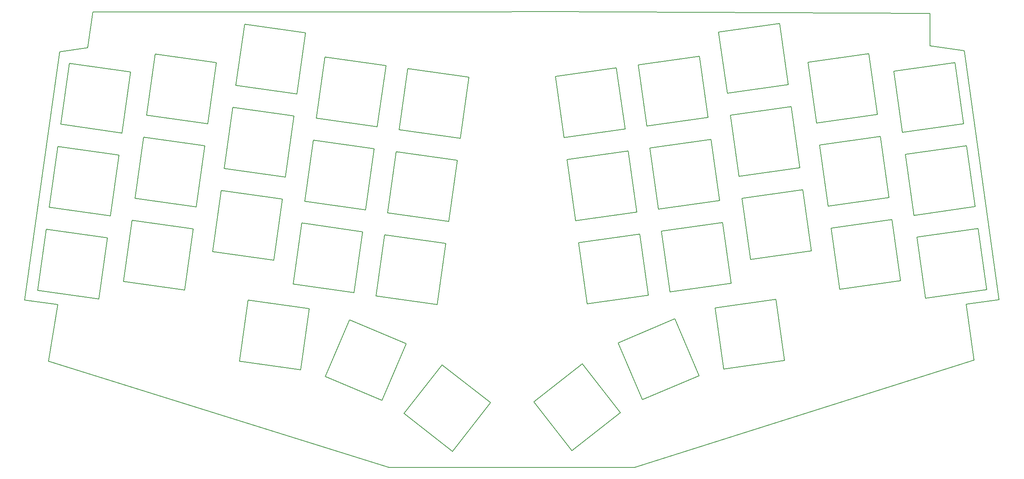
<source format=gbr>
G04 #@! TF.GenerationSoftware,KiCad,Pcbnew,7.0.1-0*
G04 #@! TF.CreationDate,2023-06-03T13:22:35+09:00*
G04 #@! TF.ProjectId,cool536lc,636f6f6c-3533-4366-9c63-2e6b69636164,rev?*
G04 #@! TF.SameCoordinates,Original*
G04 #@! TF.FileFunction,Profile,NP*
%FSLAX46Y46*%
G04 Gerber Fmt 4.6, Leading zero omitted, Abs format (unit mm)*
G04 Created by KiCad (PCBNEW 7.0.1-0) date 2023-06-03 13:22:35*
%MOMM*%
%LPD*%
G01*
G04 APERTURE LIST*
G04 #@! TA.AperFunction,Profile*
%ADD10C,0.150000*%
G04 #@! TD*
G04 APERTURE END LIST*
D10*
X248548475Y-16553802D02*
X248558475Y-9173802D01*
X248558475Y-9173802D02*
X160135000Y-8760000D01*
X258568475Y-87913802D02*
X256788475Y-75163802D01*
X264288475Y-74193802D02*
X256378475Y-17623802D01*
X147155000Y-8790000D02*
X160135000Y-8760000D01*
X57408475Y-16953802D02*
X51098475Y-17873802D01*
X256788475Y-75163802D02*
X264288475Y-74193802D01*
X48528475Y-88103802D02*
X125805000Y-112230000D01*
X147155000Y-8790000D02*
X58568475Y-8783802D01*
X256378475Y-17623802D02*
X248548475Y-16553802D01*
X125805000Y-112230000D02*
X181515000Y-112230000D01*
X43118475Y-74243802D02*
X50598475Y-75253802D01*
X48528475Y-88103802D02*
X50598475Y-75253802D01*
X181515000Y-112230000D02*
X258568475Y-87913802D01*
X43118475Y-74243802D02*
X51098475Y-17873802D01*
X57408475Y-16953802D02*
X58568475Y-8783802D01*
X67515000Y-56150000D02*
X81375000Y-58100000D01*
X79425000Y-71970000D02*
X65565000Y-70020000D01*
X65565000Y-70020000D02*
X67515000Y-56150000D01*
X81375000Y-58100000D02*
X79425000Y-71970000D01*
X104035000Y-70640000D02*
X105985000Y-56770000D01*
X119845000Y-58720000D02*
X117895000Y-72590000D01*
X105985000Y-56770000D02*
X119845000Y-58720000D01*
X117895000Y-72590000D02*
X104035000Y-70640000D01*
X101615000Y-51290000D02*
X99665000Y-65160000D01*
X99665000Y-65160000D02*
X85805000Y-63210000D01*
X85805000Y-63210000D02*
X87755000Y-49340000D01*
X87755000Y-49340000D02*
X101615000Y-51290000D01*
X138675000Y-61380000D02*
X136725000Y-75250000D01*
X124815000Y-59430000D02*
X138675000Y-61380000D01*
X122865000Y-73300000D02*
X124815000Y-59430000D01*
X136725000Y-75250000D02*
X122865000Y-73300000D01*
X61875000Y-60150000D02*
X59925000Y-74020000D01*
X59925000Y-74020000D02*
X46065000Y-72070000D01*
X46065000Y-72070000D02*
X48015000Y-58200000D01*
X48015000Y-58200000D02*
X61875000Y-60150000D01*
X242995000Y-41125000D02*
X256855000Y-39175000D01*
X244945000Y-54995000D02*
X242995000Y-41125000D01*
X256855000Y-39175000D02*
X258805000Y-53045000D01*
X258805000Y-53045000D02*
X244945000Y-54995000D01*
X225445000Y-52945000D02*
X223495000Y-39075000D01*
X237355000Y-37125000D02*
X239305000Y-50995000D01*
X223495000Y-39075000D02*
X237355000Y-37125000D01*
X239305000Y-50995000D02*
X225445000Y-52945000D01*
X168145000Y-56225000D02*
X166195000Y-42355000D01*
X166195000Y-42355000D02*
X180055000Y-40405000D01*
X182005000Y-54275000D02*
X168145000Y-56225000D01*
X180055000Y-40405000D02*
X182005000Y-54275000D01*
X198885000Y-37745000D02*
X200835000Y-51615000D01*
X185025000Y-39695000D02*
X198885000Y-37745000D01*
X200835000Y-51615000D02*
X186975000Y-53565000D01*
X186975000Y-53565000D02*
X185025000Y-39695000D01*
X219065000Y-44185000D02*
X205205000Y-46135000D01*
X217115000Y-30315000D02*
X219065000Y-44185000D01*
X203255000Y-32265000D02*
X217115000Y-30315000D01*
X205205000Y-46135000D02*
X203255000Y-32265000D01*
X84680000Y-34235000D02*
X70820000Y-32285000D01*
X70820000Y-32285000D02*
X72770000Y-18415000D01*
X72770000Y-18415000D02*
X86630000Y-20365000D01*
X86630000Y-20365000D02*
X84680000Y-34235000D01*
X125100000Y-20985000D02*
X123150000Y-34855000D01*
X109290000Y-32905000D02*
X111240000Y-19035000D01*
X123150000Y-34855000D02*
X109290000Y-32905000D01*
X111240000Y-19035000D02*
X125100000Y-20985000D01*
X128120000Y-35565000D02*
X130070000Y-21695000D01*
X143930000Y-23645000D02*
X141980000Y-37515000D01*
X130070000Y-21695000D02*
X143930000Y-23645000D01*
X141980000Y-37515000D02*
X128120000Y-35565000D01*
X93010000Y-11605000D02*
X106870000Y-13555000D01*
X91060000Y-25475000D02*
X93010000Y-11605000D01*
X104920000Y-27425000D02*
X91060000Y-25475000D01*
X106870000Y-13555000D02*
X104920000Y-27425000D01*
X53270000Y-20465000D02*
X67130000Y-22415000D01*
X67130000Y-22415000D02*
X65180000Y-36285000D01*
X51320000Y-34335000D02*
X53270000Y-20465000D01*
X65180000Y-36285000D02*
X51320000Y-34335000D01*
X116825000Y-78710000D02*
X111355000Y-91600000D01*
X129695000Y-84180000D02*
X116825000Y-78710000D01*
X111355000Y-91600000D02*
X124235000Y-97060000D01*
X124235000Y-97060000D02*
X129695000Y-84180000D01*
X93855000Y-74280000D02*
X107715000Y-76230000D01*
X105765000Y-90100000D02*
X91905000Y-88150000D01*
X107715000Y-76230000D02*
X105765000Y-90100000D01*
X91905000Y-88150000D02*
X93855000Y-74280000D01*
X148875000Y-97570000D02*
X137845000Y-88950000D01*
X140245000Y-108600000D02*
X148875000Y-97570000D01*
X129215000Y-99970000D02*
X140245000Y-108600000D01*
X137845000Y-88950000D02*
X129215000Y-99970000D01*
X122465000Y-39860000D02*
X120515000Y-53730000D01*
X120515000Y-53730000D02*
X106655000Y-51780000D01*
X108605000Y-37910000D02*
X122465000Y-39860000D01*
X106655000Y-51780000D02*
X108605000Y-37910000D01*
X68185000Y-51160000D02*
X70135000Y-37290000D01*
X82045000Y-53110000D02*
X68185000Y-51160000D01*
X83995000Y-39240000D02*
X82045000Y-53110000D01*
X70135000Y-37290000D02*
X83995000Y-39240000D01*
X141295000Y-42520000D02*
X139345000Y-56390000D01*
X139345000Y-56390000D02*
X125485000Y-54440000D01*
X127435000Y-40570000D02*
X141295000Y-42520000D01*
X125485000Y-54440000D02*
X127435000Y-40570000D01*
X90375000Y-30480000D02*
X104235000Y-32430000D01*
X88425000Y-44350000D02*
X90375000Y-30480000D01*
X102285000Y-46300000D02*
X88425000Y-44350000D01*
X104235000Y-32430000D02*
X102285000Y-46300000D01*
X64495000Y-41290000D02*
X62545000Y-55160000D01*
X48685000Y-53210000D02*
X50635000Y-39340000D01*
X62545000Y-55160000D02*
X48685000Y-53210000D01*
X50635000Y-39340000D02*
X64495000Y-41290000D01*
X222810000Y-34070000D02*
X220860000Y-20200000D01*
X234720000Y-18250000D02*
X236670000Y-32120000D01*
X220860000Y-20200000D02*
X234720000Y-18250000D01*
X236670000Y-32120000D02*
X222810000Y-34070000D01*
X200620000Y-13390000D02*
X214480000Y-11440000D01*
X216430000Y-25310000D02*
X202570000Y-27260000D01*
X214480000Y-11440000D02*
X216430000Y-25310000D01*
X202570000Y-27260000D02*
X200620000Y-13390000D01*
X184340000Y-34690000D02*
X182390000Y-20820000D01*
X182390000Y-20820000D02*
X196250000Y-18870000D01*
X198200000Y-32740000D02*
X184340000Y-34690000D01*
X196250000Y-18870000D02*
X198200000Y-32740000D01*
X163560000Y-23480000D02*
X177420000Y-21530000D01*
X179370000Y-35400000D02*
X165510000Y-37350000D01*
X165510000Y-37350000D02*
X163560000Y-23480000D01*
X177420000Y-21530000D02*
X179370000Y-35400000D01*
X256170000Y-34170000D02*
X242310000Y-36120000D01*
X240360000Y-22250000D02*
X254220000Y-20300000D01*
X242310000Y-36120000D02*
X240360000Y-22250000D01*
X254220000Y-20300000D02*
X256170000Y-34170000D01*
X167265000Y-108420000D02*
X178295000Y-99790000D01*
X169665000Y-88770000D02*
X158635000Y-97390000D01*
X178295000Y-99790000D02*
X169665000Y-88770000D01*
X158635000Y-97390000D02*
X167265000Y-108420000D01*
X199795000Y-76050000D02*
X213655000Y-74100000D01*
X215605000Y-87970000D02*
X201745000Y-89920000D01*
X201745000Y-89920000D02*
X199795000Y-76050000D01*
X213655000Y-74100000D02*
X215605000Y-87970000D01*
X190685000Y-78530000D02*
X177815000Y-84000000D01*
X183275000Y-96880000D02*
X196155000Y-91420000D01*
X177815000Y-84000000D02*
X183275000Y-96880000D01*
X196155000Y-91420000D02*
X190685000Y-78530000D01*
X219735000Y-49175000D02*
X221685000Y-63045000D01*
X221685000Y-63045000D02*
X207825000Y-64995000D01*
X207825000Y-64995000D02*
X205875000Y-51125000D01*
X205875000Y-51125000D02*
X219735000Y-49175000D01*
X228065000Y-71805000D02*
X226115000Y-57935000D01*
X226115000Y-57935000D02*
X239975000Y-55985000D01*
X241925000Y-69855000D02*
X228065000Y-71805000D01*
X239975000Y-55985000D02*
X241925000Y-69855000D01*
X247565000Y-73855000D02*
X245615000Y-59985000D01*
X261425000Y-71905000D02*
X247565000Y-73855000D01*
X259475000Y-58035000D02*
X261425000Y-71905000D01*
X245615000Y-59985000D02*
X259475000Y-58035000D01*
X170765000Y-75085000D02*
X168815000Y-61215000D01*
X182675000Y-59265000D02*
X184625000Y-73135000D01*
X168815000Y-61215000D02*
X182675000Y-59265000D01*
X184625000Y-73135000D02*
X170765000Y-75085000D01*
X187645000Y-58555000D02*
X201505000Y-56605000D01*
X203455000Y-70475000D02*
X189595000Y-72425000D01*
X201505000Y-56605000D02*
X203455000Y-70475000D01*
X189595000Y-72425000D02*
X187645000Y-58555000D01*
M02*

</source>
